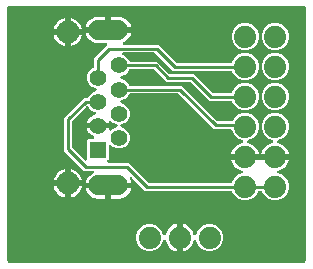
<source format=gbr>
G04 EAGLE Gerber RS-274X export*
G75*
%MOMM*%
%FSLAX34Y34*%
%LPD*%
%INTop Copper*%
%IPPOS*%
%AMOC8*
5,1,8,0,0,1.08239X$1,22.5*%
G01*
%ADD10C,1.700000*%
%ADD11C,1.950000*%
%ADD12C,1.408000*%
%ADD13R,1.408000X1.408000*%
%ADD14C,1.879600*%
%ADD15C,0.254000*%
%ADD16C,0.800100*%

G36*
X245038Y78826D02*
X245038Y78826D01*
X245157Y78833D01*
X245195Y78846D01*
X245236Y78851D01*
X245346Y78894D01*
X245459Y78931D01*
X245494Y78953D01*
X245531Y78968D01*
X245627Y79037D01*
X245728Y79101D01*
X245756Y79131D01*
X245789Y79154D01*
X245865Y79246D01*
X245946Y79333D01*
X245966Y79368D01*
X245991Y79399D01*
X246042Y79507D01*
X246100Y79611D01*
X246110Y79651D01*
X246127Y79687D01*
X246149Y79804D01*
X246179Y79919D01*
X246183Y79979D01*
X246187Y79999D01*
X246185Y80020D01*
X246189Y80080D01*
X246189Y294920D01*
X246174Y295038D01*
X246167Y295157D01*
X246154Y295195D01*
X246149Y295236D01*
X246106Y295346D01*
X246069Y295459D01*
X246047Y295494D01*
X246032Y295531D01*
X245963Y295627D01*
X245899Y295728D01*
X245869Y295756D01*
X245846Y295789D01*
X245754Y295865D01*
X245667Y295946D01*
X245632Y295966D01*
X245601Y295991D01*
X245493Y296042D01*
X245389Y296100D01*
X245349Y296110D01*
X245313Y296127D01*
X245196Y296149D01*
X245081Y296179D01*
X245021Y296183D01*
X245001Y296187D01*
X244980Y296185D01*
X244920Y296189D01*
X-4920Y296189D01*
X-5038Y296174D01*
X-5157Y296167D01*
X-5195Y296154D01*
X-5236Y296149D01*
X-5346Y296106D01*
X-5459Y296069D01*
X-5494Y296047D01*
X-5531Y296032D01*
X-5627Y295963D01*
X-5728Y295899D01*
X-5756Y295869D01*
X-5789Y295846D01*
X-5865Y295754D01*
X-5946Y295667D01*
X-5966Y295632D01*
X-5991Y295601D01*
X-6042Y295493D01*
X-6100Y295389D01*
X-6110Y295349D01*
X-6127Y295313D01*
X-6149Y295196D01*
X-6179Y295081D01*
X-6183Y295021D01*
X-6187Y295001D01*
X-6185Y294980D01*
X-6189Y294920D01*
X-6189Y80080D01*
X-6174Y79962D01*
X-6167Y79843D01*
X-6154Y79805D01*
X-6149Y79764D01*
X-6106Y79654D01*
X-6069Y79541D01*
X-6047Y79506D01*
X-6032Y79469D01*
X-5963Y79373D01*
X-5899Y79272D01*
X-5869Y79244D01*
X-5846Y79211D01*
X-5754Y79135D01*
X-5667Y79054D01*
X-5632Y79034D01*
X-5601Y79009D01*
X-5493Y78958D01*
X-5389Y78900D01*
X-5349Y78890D01*
X-5313Y78873D01*
X-5196Y78851D01*
X-5081Y78821D01*
X-5021Y78817D01*
X-5001Y78813D01*
X-4980Y78815D01*
X-4920Y78811D01*
X244920Y78811D01*
X245038Y78826D01*
G37*
%LPC*%
G36*
X192726Y131569D02*
X192726Y131569D01*
X188525Y133309D01*
X185309Y136525D01*
X184320Y138914D01*
X184305Y138939D01*
X184296Y138967D01*
X184227Y139077D01*
X184163Y139190D01*
X184142Y139211D01*
X184126Y139236D01*
X184032Y139325D01*
X183941Y139418D01*
X183916Y139434D01*
X183895Y139454D01*
X183781Y139517D01*
X183670Y139585D01*
X183642Y139593D01*
X183616Y139608D01*
X183490Y139640D01*
X183366Y139678D01*
X183337Y139680D01*
X183308Y139687D01*
X183147Y139697D01*
X110632Y139697D01*
X99585Y150744D01*
X99491Y150817D01*
X99402Y150896D01*
X99366Y150914D01*
X99334Y150939D01*
X99224Y150986D01*
X99118Y151040D01*
X99079Y151049D01*
X99042Y151065D01*
X98924Y151084D01*
X98808Y151110D01*
X98768Y151109D01*
X98728Y151115D01*
X98609Y151104D01*
X98490Y151100D01*
X98452Y151089D01*
X98412Y151085D01*
X98299Y151045D01*
X98185Y151012D01*
X98150Y150991D01*
X98112Y150978D01*
X98013Y150910D01*
X97911Y150850D01*
X97882Y150821D01*
X97849Y150799D01*
X97770Y150709D01*
X97686Y150625D01*
X97665Y150591D01*
X97639Y150561D01*
X97584Y150454D01*
X97524Y150352D01*
X97512Y150313D01*
X97494Y150277D01*
X97468Y150161D01*
X97435Y150046D01*
X97433Y150006D01*
X97424Y149967D01*
X97428Y149848D01*
X97424Y149728D01*
X97433Y149689D01*
X97434Y149649D01*
X97467Y149534D01*
X97493Y149418D01*
X97517Y149363D01*
X97522Y149344D01*
X97533Y149326D01*
X97557Y149270D01*
X98032Y148338D01*
X98569Y146685D01*
X98583Y146599D01*
X80530Y146599D01*
X80412Y146584D01*
X80293Y146577D01*
X80255Y146564D01*
X80215Y146559D01*
X80104Y146516D01*
X79991Y146479D01*
X79957Y146457D01*
X79919Y146442D01*
X79823Y146373D01*
X79722Y146309D01*
X79694Y146279D01*
X79662Y146256D01*
X79586Y146164D01*
X79504Y146077D01*
X79485Y146042D01*
X79459Y146011D01*
X79408Y145903D01*
X79351Y145799D01*
X79341Y145759D01*
X79323Y145723D01*
X79303Y145616D01*
X79299Y145646D01*
X79255Y145756D01*
X79219Y145869D01*
X79197Y145904D01*
X79182Y145941D01*
X79112Y146037D01*
X79049Y146138D01*
X79019Y146166D01*
X78995Y146199D01*
X78904Y146275D01*
X78817Y146356D01*
X78782Y146376D01*
X78750Y146401D01*
X78643Y146452D01*
X78538Y146510D01*
X78499Y146520D01*
X78463Y146537D01*
X78346Y146559D01*
X78230Y146589D01*
X78170Y146593D01*
X78150Y146597D01*
X78130Y146595D01*
X78070Y146599D01*
X60018Y146599D01*
X60031Y146685D01*
X60568Y148338D01*
X61357Y149887D01*
X62379Y151293D01*
X63607Y152521D01*
X65013Y153543D01*
X66494Y154297D01*
X66510Y154308D01*
X66529Y154316D01*
X66641Y154397D01*
X66757Y154476D01*
X66770Y154491D01*
X66786Y154502D01*
X66875Y154610D01*
X66967Y154714D01*
X66976Y154732D01*
X66989Y154747D01*
X67048Y154874D01*
X67112Y154998D01*
X67116Y155017D01*
X67124Y155035D01*
X67151Y155172D01*
X67181Y155308D01*
X67180Y155328D01*
X67184Y155348D01*
X67175Y155487D01*
X67171Y155626D01*
X67166Y155645D01*
X67164Y155665D01*
X67121Y155797D01*
X67083Y155931D01*
X67072Y155949D01*
X67066Y155967D01*
X66992Y156085D01*
X66921Y156205D01*
X66907Y156219D01*
X66896Y156236D01*
X66795Y156332D01*
X66696Y156430D01*
X66679Y156440D01*
X66665Y156454D01*
X66543Y156521D01*
X66423Y156592D01*
X66403Y156598D01*
X66386Y156608D01*
X66251Y156642D01*
X66117Y156681D01*
X66097Y156682D01*
X66078Y156687D01*
X65917Y156697D01*
X58632Y156697D01*
X41697Y173632D01*
X41697Y201368D01*
X58732Y218403D01*
X61100Y218403D01*
X61129Y218406D01*
X61158Y218404D01*
X61286Y218426D01*
X61415Y218443D01*
X61443Y218453D01*
X61472Y218458D01*
X61590Y218512D01*
X61711Y218560D01*
X61735Y218577D01*
X61762Y218589D01*
X61863Y218670D01*
X61968Y218746D01*
X61987Y218769D01*
X62010Y218788D01*
X62088Y218891D01*
X62171Y218991D01*
X62184Y219018D01*
X62201Y219042D01*
X62272Y219186D01*
X62708Y220239D01*
X65261Y222792D01*
X68486Y224127D01*
X68606Y224196D01*
X68729Y224261D01*
X68744Y224275D01*
X68762Y224285D01*
X68862Y224382D01*
X68965Y224475D01*
X68976Y224492D01*
X68990Y224506D01*
X69063Y224625D01*
X69140Y224741D01*
X69146Y224760D01*
X69157Y224777D01*
X69198Y224910D01*
X69243Y225042D01*
X69244Y225062D01*
X69250Y225081D01*
X69257Y225220D01*
X69268Y225359D01*
X69264Y225379D01*
X69265Y225399D01*
X69237Y225535D01*
X69214Y225672D01*
X69205Y225691D01*
X69201Y225710D01*
X69140Y225836D01*
X69083Y225962D01*
X69070Y225978D01*
X69061Y225996D01*
X68971Y226102D01*
X68884Y226210D01*
X68868Y226223D01*
X68855Y226238D01*
X68741Y226318D01*
X68630Y226402D01*
X68605Y226414D01*
X68595Y226421D01*
X68576Y226428D01*
X68486Y226473D01*
X65261Y227808D01*
X62708Y230361D01*
X61327Y233695D01*
X61327Y237305D01*
X62708Y240639D01*
X65261Y243192D01*
X66314Y243628D01*
X66339Y243642D01*
X66367Y243651D01*
X66477Y243721D01*
X66590Y243785D01*
X66611Y243806D01*
X66636Y243822D01*
X66725Y243916D01*
X66818Y244006D01*
X66834Y244032D01*
X66854Y244053D01*
X66917Y244167D01*
X66985Y244278D01*
X66993Y244306D01*
X67008Y244332D01*
X67040Y244457D01*
X67078Y244582D01*
X67080Y244611D01*
X67087Y244640D01*
X67097Y244800D01*
X67097Y251768D01*
X78022Y262693D01*
X78107Y262802D01*
X78196Y262909D01*
X78204Y262928D01*
X78217Y262944D01*
X78272Y263072D01*
X78331Y263197D01*
X78335Y263217D01*
X78343Y263236D01*
X78365Y263374D01*
X78391Y263510D01*
X78390Y263530D01*
X78393Y263550D01*
X78380Y263689D01*
X78371Y263827D01*
X78365Y263846D01*
X78363Y263866D01*
X78316Y263998D01*
X78273Y264129D01*
X78262Y264147D01*
X78255Y264166D01*
X78177Y264281D01*
X78103Y264398D01*
X78088Y264412D01*
X78077Y264429D01*
X77973Y264521D01*
X77871Y264616D01*
X77854Y264626D01*
X77838Y264639D01*
X77714Y264703D01*
X77593Y264770D01*
X77573Y264775D01*
X77555Y264784D01*
X77419Y264814D01*
X77285Y264849D01*
X77257Y264851D01*
X77245Y264854D01*
X77224Y264853D01*
X77124Y264859D01*
X69931Y264859D01*
X68215Y265131D01*
X66562Y265668D01*
X65013Y266457D01*
X63607Y267479D01*
X62379Y268707D01*
X61357Y270113D01*
X60568Y271662D01*
X60031Y273315D01*
X60018Y273401D01*
X78070Y273401D01*
X78188Y273416D01*
X78307Y273423D01*
X78345Y273435D01*
X78385Y273441D01*
X78496Y273484D01*
X78609Y273521D01*
X78643Y273543D01*
X78681Y273558D01*
X78777Y273627D01*
X78878Y273691D01*
X78906Y273721D01*
X78938Y273744D01*
X79014Y273836D01*
X79096Y273923D01*
X79115Y273958D01*
X79141Y273989D01*
X79192Y274097D01*
X79249Y274201D01*
X79259Y274241D01*
X79277Y274277D01*
X79297Y274384D01*
X79301Y274354D01*
X79345Y274244D01*
X79381Y274131D01*
X79403Y274096D01*
X79418Y274059D01*
X79488Y273962D01*
X79551Y273862D01*
X79581Y273834D01*
X79605Y273801D01*
X79696Y273725D01*
X79783Y273644D01*
X79818Y273624D01*
X79850Y273599D01*
X79957Y273548D01*
X80062Y273490D01*
X80101Y273480D01*
X80137Y273463D01*
X80254Y273441D01*
X80370Y273411D01*
X80430Y273407D01*
X80450Y273403D01*
X80470Y273405D01*
X80530Y273401D01*
X98582Y273401D01*
X98569Y273315D01*
X98032Y271662D01*
X97243Y270113D01*
X96221Y268707D01*
X94993Y267479D01*
X93587Y266457D01*
X92106Y265703D01*
X92090Y265692D01*
X92071Y265684D01*
X91959Y265603D01*
X91843Y265524D01*
X91830Y265509D01*
X91814Y265498D01*
X91725Y265390D01*
X91633Y265286D01*
X91624Y265268D01*
X91611Y265253D01*
X91552Y265126D01*
X91488Y265002D01*
X91484Y264983D01*
X91476Y264965D01*
X91449Y264828D01*
X91419Y264692D01*
X91420Y264672D01*
X91416Y264652D01*
X91424Y264513D01*
X91429Y264374D01*
X91434Y264355D01*
X91436Y264335D01*
X91479Y264202D01*
X91517Y264069D01*
X91527Y264051D01*
X91534Y264033D01*
X91608Y263915D01*
X91679Y263795D01*
X91693Y263781D01*
X91704Y263764D01*
X91805Y263668D01*
X91904Y263570D01*
X91921Y263560D01*
X91935Y263546D01*
X92057Y263479D01*
X92177Y263408D01*
X92196Y263402D01*
X92214Y263392D01*
X92349Y263358D01*
X92483Y263319D01*
X92503Y263318D01*
X92522Y263313D01*
X92683Y263303D01*
X121368Y263303D01*
X123674Y260997D01*
X123674Y260996D01*
X136396Y248274D01*
X136475Y248214D01*
X136547Y248146D01*
X136600Y248117D01*
X136648Y248080D01*
X136739Y248040D01*
X136825Y247992D01*
X136884Y247977D01*
X136939Y247953D01*
X137037Y247938D01*
X137133Y247913D01*
X137233Y247907D01*
X137253Y247903D01*
X137266Y247905D01*
X137294Y247903D01*
X183147Y247903D01*
X183177Y247906D01*
X183206Y247904D01*
X183334Y247926D01*
X183463Y247943D01*
X183490Y247953D01*
X183519Y247958D01*
X183638Y248012D01*
X183759Y248060D01*
X183783Y248077D01*
X183809Y248089D01*
X183911Y248170D01*
X184016Y248246D01*
X184035Y248269D01*
X184058Y248288D01*
X184136Y248391D01*
X184219Y248491D01*
X184231Y248518D01*
X184249Y248542D01*
X184320Y248686D01*
X185309Y251075D01*
X188525Y254291D01*
X192726Y256031D01*
X197274Y256031D01*
X201475Y254291D01*
X204691Y251075D01*
X206431Y246874D01*
X206431Y242326D01*
X204691Y238125D01*
X201475Y234909D01*
X197274Y233169D01*
X192726Y233169D01*
X188525Y234909D01*
X185309Y238125D01*
X184320Y240514D01*
X184310Y240531D01*
X184306Y240545D01*
X184302Y240551D01*
X184296Y240567D01*
X184227Y240677D01*
X184163Y240790D01*
X184142Y240811D01*
X184126Y240836D01*
X184032Y240925D01*
X183941Y241018D01*
X183916Y241034D01*
X183895Y241054D01*
X183781Y241117D01*
X183670Y241185D01*
X183642Y241193D01*
X183616Y241208D01*
X183490Y241240D01*
X183366Y241278D01*
X183337Y241280D01*
X183308Y241287D01*
X183147Y241297D01*
X134032Y241297D01*
X131726Y243603D01*
X131726Y243604D01*
X119004Y256326D01*
X118925Y256386D01*
X118853Y256454D01*
X118800Y256483D01*
X118752Y256520D01*
X118661Y256560D01*
X118575Y256608D01*
X118516Y256623D01*
X118461Y256647D01*
X118363Y256662D01*
X118267Y256687D01*
X118167Y256693D01*
X118147Y256697D01*
X118134Y256695D01*
X118106Y256697D01*
X91739Y256697D01*
X91670Y256689D01*
X91600Y256690D01*
X91513Y256669D01*
X91424Y256657D01*
X91359Y256632D01*
X91291Y256615D01*
X91212Y256573D01*
X91128Y256540D01*
X91072Y256499D01*
X91010Y256467D01*
X90943Y256406D01*
X90871Y256354D01*
X90826Y256300D01*
X90775Y256253D01*
X90725Y256178D01*
X90668Y256109D01*
X90638Y256045D01*
X90600Y255987D01*
X90571Y255902D01*
X90532Y255821D01*
X90519Y255752D01*
X90497Y255686D01*
X90490Y255597D01*
X90473Y255509D01*
X90477Y255439D01*
X90471Y255369D01*
X90487Y255281D01*
X90492Y255191D01*
X90514Y255125D01*
X90526Y255056D01*
X90563Y254974D01*
X90590Y254889D01*
X90628Y254830D01*
X90656Y254766D01*
X90712Y254696D01*
X90761Y254620D01*
X90811Y254572D01*
X90855Y254518D01*
X90927Y254463D01*
X90992Y254402D01*
X91053Y254368D01*
X91109Y254326D01*
X91254Y254255D01*
X93339Y253392D01*
X95892Y250839D01*
X96328Y249786D01*
X96342Y249761D01*
X96351Y249733D01*
X96421Y249623D01*
X96485Y249510D01*
X96506Y249489D01*
X96522Y249464D01*
X96616Y249375D01*
X96706Y249282D01*
X96732Y249266D01*
X96753Y249246D01*
X96867Y249183D01*
X96978Y249115D01*
X97006Y249107D01*
X97032Y249092D01*
X97157Y249060D01*
X97282Y249022D01*
X97311Y249020D01*
X97340Y249013D01*
X97500Y249003D01*
X120668Y249003D01*
X130996Y238674D01*
X131075Y238614D01*
X131147Y238546D01*
X131200Y238517D01*
X131248Y238480D01*
X131339Y238440D01*
X131425Y238392D01*
X131484Y238377D01*
X131539Y238353D01*
X131637Y238338D01*
X131733Y238313D01*
X131833Y238307D01*
X131854Y238303D01*
X131866Y238305D01*
X131894Y238303D01*
X151368Y238303D01*
X166796Y222874D01*
X166875Y222814D01*
X166947Y222746D01*
X167000Y222717D01*
X167048Y222680D01*
X167139Y222640D01*
X167225Y222592D01*
X167284Y222577D01*
X167339Y222553D01*
X167437Y222538D01*
X167533Y222513D01*
X167633Y222507D01*
X167654Y222503D01*
X167666Y222505D01*
X167694Y222503D01*
X183147Y222503D01*
X183177Y222506D01*
X183206Y222504D01*
X183334Y222526D01*
X183463Y222543D01*
X183490Y222553D01*
X183519Y222558D01*
X183638Y222612D01*
X183759Y222660D01*
X183783Y222677D01*
X183809Y222689D01*
X183911Y222770D01*
X184016Y222846D01*
X184035Y222869D01*
X184058Y222888D01*
X184136Y222991D01*
X184219Y223091D01*
X184231Y223118D01*
X184249Y223142D01*
X184320Y223286D01*
X185309Y225675D01*
X188525Y228891D01*
X192726Y230631D01*
X197274Y230631D01*
X201475Y228891D01*
X204691Y225675D01*
X206431Y221474D01*
X206431Y216926D01*
X204691Y212725D01*
X201475Y209509D01*
X197274Y207769D01*
X192726Y207769D01*
X188525Y209509D01*
X185309Y212725D01*
X184320Y215114D01*
X184307Y215137D01*
X184299Y215160D01*
X184298Y215162D01*
X184296Y215167D01*
X184227Y215277D01*
X184163Y215390D01*
X184142Y215411D01*
X184126Y215436D01*
X184032Y215525D01*
X183941Y215618D01*
X183916Y215634D01*
X183895Y215654D01*
X183781Y215717D01*
X183670Y215785D01*
X183642Y215793D01*
X183616Y215808D01*
X183490Y215840D01*
X183366Y215878D01*
X183337Y215880D01*
X183308Y215887D01*
X183147Y215897D01*
X164432Y215897D01*
X149004Y231326D01*
X148925Y231386D01*
X148853Y231454D01*
X148800Y231483D01*
X148752Y231520D01*
X148661Y231560D01*
X148575Y231608D01*
X148516Y231623D01*
X148461Y231647D01*
X148363Y231662D01*
X148267Y231687D01*
X148167Y231693D01*
X148146Y231697D01*
X148134Y231695D01*
X148106Y231697D01*
X128632Y231697D01*
X118304Y242026D01*
X118225Y242086D01*
X118153Y242154D01*
X118100Y242183D01*
X118052Y242220D01*
X117961Y242260D01*
X117875Y242308D01*
X117816Y242323D01*
X117761Y242347D01*
X117663Y242362D01*
X117567Y242387D01*
X117467Y242393D01*
X117446Y242397D01*
X117434Y242395D01*
X117406Y242397D01*
X97500Y242397D01*
X97471Y242394D01*
X97442Y242396D01*
X97314Y242374D01*
X97185Y242357D01*
X97157Y242347D01*
X97128Y242342D01*
X97010Y242288D01*
X96889Y242240D01*
X96865Y242223D01*
X96838Y242211D01*
X96737Y242130D01*
X96632Y242054D01*
X96613Y242031D01*
X96590Y242012D01*
X96512Y241909D01*
X96429Y241809D01*
X96416Y241782D01*
X96399Y241758D01*
X96328Y241614D01*
X95892Y240561D01*
X93339Y238008D01*
X90114Y236673D01*
X89994Y236604D01*
X89871Y236539D01*
X89856Y236525D01*
X89838Y236515D01*
X89738Y236418D01*
X89635Y236325D01*
X89624Y236308D01*
X89610Y236294D01*
X89537Y236176D01*
X89460Y236059D01*
X89454Y236040D01*
X89443Y236023D01*
X89402Y235890D01*
X89357Y235758D01*
X89356Y235738D01*
X89350Y235719D01*
X89343Y235580D01*
X89332Y235441D01*
X89336Y235421D01*
X89335Y235401D01*
X89363Y235265D01*
X89386Y235128D01*
X89395Y235110D01*
X89399Y235090D01*
X89460Y234964D01*
X89517Y234838D01*
X89530Y234822D01*
X89539Y234804D01*
X89629Y234698D01*
X89716Y234590D01*
X89732Y234577D01*
X89745Y234562D01*
X89859Y234482D01*
X89970Y234398D01*
X89995Y234386D01*
X90005Y234379D01*
X90024Y234372D01*
X90114Y234327D01*
X93339Y232992D01*
X95892Y230439D01*
X96328Y229386D01*
X96342Y229361D01*
X96351Y229333D01*
X96421Y229223D01*
X96485Y229110D01*
X96506Y229089D01*
X96522Y229064D01*
X96616Y228975D01*
X96706Y228882D01*
X96732Y228866D01*
X96753Y228846D01*
X96867Y228783D01*
X96978Y228715D01*
X97006Y228707D01*
X97032Y228692D01*
X97157Y228660D01*
X97282Y228622D01*
X97311Y228620D01*
X97340Y228613D01*
X97500Y228603D01*
X141068Y228603D01*
X170996Y198674D01*
X171075Y198614D01*
X171147Y198546D01*
X171200Y198517D01*
X171248Y198480D01*
X171339Y198440D01*
X171425Y198392D01*
X171484Y198377D01*
X171539Y198353D01*
X171637Y198338D01*
X171733Y198313D01*
X171833Y198307D01*
X171854Y198303D01*
X171866Y198305D01*
X171894Y198303D01*
X183644Y198303D01*
X183674Y198306D01*
X183703Y198304D01*
X183831Y198326D01*
X183960Y198343D01*
X183987Y198353D01*
X184017Y198358D01*
X184135Y198412D01*
X184256Y198460D01*
X184280Y198477D01*
X184307Y198489D01*
X184408Y198570D01*
X184513Y198646D01*
X184532Y198669D01*
X184555Y198688D01*
X184633Y198791D01*
X184716Y198891D01*
X184728Y198918D01*
X184746Y198942D01*
X184817Y199086D01*
X185309Y200275D01*
X188525Y203491D01*
X192726Y205231D01*
X197274Y205231D01*
X201475Y203491D01*
X204691Y200275D01*
X206431Y196074D01*
X206431Y191526D01*
X204691Y187325D01*
X201475Y184109D01*
X197516Y182470D01*
X197404Y182406D01*
X197289Y182347D01*
X197266Y182327D01*
X197240Y182312D01*
X197147Y182222D01*
X197050Y182137D01*
X197033Y182112D01*
X197012Y182091D01*
X196944Y181980D01*
X196871Y181874D01*
X196861Y181845D01*
X196845Y181820D01*
X196807Y181696D01*
X196764Y181575D01*
X196761Y181545D01*
X196752Y181516D01*
X196746Y181387D01*
X196733Y181258D01*
X196738Y181228D01*
X196737Y181198D01*
X196763Y181072D01*
X196783Y180944D01*
X196795Y180916D01*
X196801Y180887D01*
X196858Y180770D01*
X196909Y180652D01*
X196927Y180628D01*
X196941Y180601D01*
X197025Y180503D01*
X197104Y180400D01*
X197127Y180382D01*
X197147Y180359D01*
X197253Y180285D01*
X197355Y180205D01*
X197382Y180193D01*
X197407Y180176D01*
X197528Y180130D01*
X197647Y180079D01*
X197688Y180069D01*
X197704Y180063D01*
X197726Y180061D01*
X197791Y180046D01*
X199583Y179464D01*
X201257Y178611D01*
X202778Y177506D01*
X204106Y176178D01*
X205211Y174657D01*
X206064Y172983D01*
X206493Y171663D01*
X206527Y171591D01*
X206551Y171515D01*
X206594Y171448D01*
X206628Y171375D01*
X206679Y171314D01*
X206722Y171247D01*
X206780Y171192D01*
X206831Y171130D01*
X206895Y171083D01*
X206953Y171029D01*
X207023Y170990D01*
X207088Y170943D01*
X207098Y170939D01*
X196270Y170939D01*
X196152Y170924D01*
X196033Y170917D01*
X195995Y170904D01*
X195955Y170899D01*
X195844Y170856D01*
X195731Y170819D01*
X195697Y170797D01*
X195659Y170782D01*
X195563Y170712D01*
X195462Y170649D01*
X195434Y170619D01*
X195402Y170595D01*
X195326Y170504D01*
X195244Y170417D01*
X195225Y170382D01*
X195199Y170351D01*
X195148Y170243D01*
X195091Y170139D01*
X195080Y170099D01*
X195063Y170063D01*
X195041Y169946D01*
X195011Y169831D01*
X195007Y169770D01*
X195003Y169750D01*
X195005Y169730D01*
X195001Y169670D01*
X195001Y167130D01*
X195016Y167012D01*
X195023Y166893D01*
X195036Y166855D01*
X195041Y166814D01*
X195085Y166704D01*
X195121Y166591D01*
X195143Y166556D01*
X195158Y166519D01*
X195228Y166423D01*
X195291Y166322D01*
X195321Y166294D01*
X195345Y166261D01*
X195436Y166186D01*
X195523Y166104D01*
X195558Y166084D01*
X195590Y166059D01*
X195697Y166008D01*
X195802Y165950D01*
X195841Y165940D01*
X195877Y165923D01*
X195994Y165901D01*
X196109Y165871D01*
X196170Y165867D01*
X196190Y165863D01*
X196210Y165865D01*
X196270Y165861D01*
X219130Y165861D01*
X219248Y165876D01*
X219367Y165883D01*
X219405Y165896D01*
X219445Y165901D01*
X219556Y165944D01*
X219669Y165981D01*
X219703Y166003D01*
X219741Y166018D01*
X219837Y166088D01*
X219938Y166151D01*
X219966Y166181D01*
X219998Y166204D01*
X220074Y166296D01*
X220156Y166383D01*
X220175Y166418D01*
X220201Y166449D01*
X220252Y166557D01*
X220309Y166661D01*
X220320Y166701D01*
X220337Y166737D01*
X220359Y166854D01*
X220389Y166969D01*
X220393Y167030D01*
X220397Y167050D01*
X220395Y167070D01*
X220399Y167130D01*
X220399Y169670D01*
X220384Y169788D01*
X220377Y169907D01*
X220364Y169945D01*
X220359Y169985D01*
X220315Y170096D01*
X220279Y170209D01*
X220257Y170244D01*
X220242Y170281D01*
X220172Y170377D01*
X220109Y170478D01*
X220079Y170506D01*
X220055Y170539D01*
X219964Y170614D01*
X219877Y170696D01*
X219842Y170716D01*
X219810Y170741D01*
X219703Y170792D01*
X219598Y170850D01*
X219559Y170860D01*
X219523Y170877D01*
X219406Y170899D01*
X219291Y170929D01*
X219230Y170933D01*
X219210Y170937D01*
X219190Y170935D01*
X219130Y170939D01*
X208302Y170939D01*
X208311Y170943D01*
X208375Y170989D01*
X208445Y171028D01*
X208503Y171082D01*
X208568Y171129D01*
X208619Y171191D01*
X208677Y171245D01*
X208720Y171313D01*
X208771Y171374D01*
X208805Y171446D01*
X208848Y171513D01*
X208906Y171660D01*
X208907Y171662D01*
X208907Y171663D01*
X209336Y172983D01*
X210189Y174657D01*
X211294Y176178D01*
X212622Y177506D01*
X214143Y178611D01*
X215817Y179464D01*
X217634Y180054D01*
X217720Y180079D01*
X217846Y180110D01*
X217873Y180124D01*
X217902Y180132D01*
X218013Y180198D01*
X218127Y180258D01*
X218150Y180279D01*
X218176Y180294D01*
X218267Y180385D01*
X218363Y180472D01*
X218379Y180497D01*
X218400Y180519D01*
X218466Y180630D01*
X218537Y180738D01*
X218547Y180767D01*
X218563Y180792D01*
X218599Y180916D01*
X218641Y181039D01*
X218643Y181069D01*
X218651Y181098D01*
X218656Y181227D01*
X218666Y181356D01*
X218661Y181386D01*
X218662Y181416D01*
X218634Y181542D01*
X218611Y181669D01*
X218599Y181697D01*
X218593Y181726D01*
X218534Y181841D01*
X218481Y181959D01*
X218462Y181983D01*
X218448Y182010D01*
X218363Y182106D01*
X218282Y182208D01*
X218258Y182226D01*
X218238Y182248D01*
X218132Y182321D01*
X218028Y182399D01*
X217990Y182418D01*
X217976Y182427D01*
X217955Y182435D01*
X217884Y182470D01*
X213925Y184109D01*
X210709Y187325D01*
X208969Y191526D01*
X208969Y196074D01*
X210709Y200275D01*
X213925Y203491D01*
X218126Y205231D01*
X222674Y205231D01*
X226875Y203491D01*
X230091Y200275D01*
X231831Y196074D01*
X231831Y191526D01*
X230091Y187325D01*
X226875Y184109D01*
X222916Y182470D01*
X222804Y182406D01*
X222689Y182347D01*
X222666Y182327D01*
X222640Y182312D01*
X222547Y182222D01*
X222450Y182137D01*
X222433Y182112D01*
X222412Y182091D01*
X222344Y181980D01*
X222271Y181874D01*
X222261Y181845D01*
X222245Y181820D01*
X222207Y181696D01*
X222164Y181575D01*
X222161Y181545D01*
X222152Y181516D01*
X222146Y181387D01*
X222133Y181258D01*
X222138Y181228D01*
X222137Y181198D01*
X222163Y181072D01*
X222183Y180944D01*
X222195Y180916D01*
X222201Y180887D01*
X222258Y180770D01*
X222309Y180652D01*
X222327Y180628D01*
X222341Y180601D01*
X222425Y180503D01*
X222504Y180400D01*
X222527Y180382D01*
X222547Y180359D01*
X222653Y180285D01*
X222755Y180205D01*
X222782Y180193D01*
X222807Y180176D01*
X222928Y180130D01*
X223047Y180079D01*
X223088Y180069D01*
X223104Y180063D01*
X223126Y180061D01*
X223191Y180046D01*
X224983Y179464D01*
X226657Y178611D01*
X228178Y177506D01*
X229506Y176178D01*
X230611Y174657D01*
X231464Y172983D01*
X232045Y171196D01*
X232085Y170939D01*
X221670Y170939D01*
X221552Y170924D01*
X221433Y170917D01*
X221395Y170904D01*
X221355Y170899D01*
X221244Y170856D01*
X221131Y170819D01*
X221097Y170797D01*
X221059Y170782D01*
X220963Y170712D01*
X220862Y170649D01*
X220834Y170619D01*
X220802Y170595D01*
X220726Y170504D01*
X220644Y170417D01*
X220625Y170382D01*
X220599Y170351D01*
X220548Y170243D01*
X220491Y170139D01*
X220480Y170099D01*
X220463Y170063D01*
X220441Y169946D01*
X220411Y169831D01*
X220407Y169770D01*
X220403Y169750D01*
X220405Y169730D01*
X220401Y169670D01*
X220401Y167130D01*
X220416Y167012D01*
X220423Y166893D01*
X220436Y166855D01*
X220441Y166814D01*
X220485Y166704D01*
X220521Y166591D01*
X220543Y166556D01*
X220558Y166519D01*
X220628Y166423D01*
X220691Y166322D01*
X220721Y166294D01*
X220745Y166261D01*
X220836Y166186D01*
X220923Y166104D01*
X220958Y166084D01*
X220990Y166059D01*
X221097Y166008D01*
X221202Y165950D01*
X221241Y165940D01*
X221277Y165923D01*
X221394Y165901D01*
X221509Y165871D01*
X221570Y165867D01*
X221590Y165863D01*
X221610Y165865D01*
X221670Y165861D01*
X232085Y165861D01*
X232045Y165604D01*
X231464Y163817D01*
X230611Y162143D01*
X229506Y160622D01*
X228178Y159294D01*
X226657Y158189D01*
X224983Y157336D01*
X223166Y156746D01*
X223080Y156721D01*
X222954Y156690D01*
X222927Y156676D01*
X222898Y156668D01*
X222787Y156602D01*
X222673Y156542D01*
X222650Y156521D01*
X222624Y156506D01*
X222533Y156415D01*
X222437Y156328D01*
X222421Y156303D01*
X222400Y156281D01*
X222334Y156170D01*
X222263Y156062D01*
X222253Y156033D01*
X222237Y156008D01*
X222201Y155884D01*
X222159Y155761D01*
X222157Y155731D01*
X222149Y155702D01*
X222144Y155573D01*
X222134Y155444D01*
X222139Y155414D01*
X222138Y155384D01*
X222166Y155258D01*
X222189Y155131D01*
X222201Y155103D01*
X222207Y155074D01*
X222266Y154959D01*
X222319Y154841D01*
X222338Y154817D01*
X222352Y154790D01*
X222437Y154694D01*
X222518Y154592D01*
X222542Y154574D01*
X222562Y154552D01*
X222668Y154479D01*
X222772Y154401D01*
X222810Y154382D01*
X222824Y154373D01*
X222845Y154365D01*
X222916Y154330D01*
X226875Y152691D01*
X230091Y149475D01*
X231831Y145274D01*
X231831Y140726D01*
X230091Y136525D01*
X226875Y133309D01*
X222674Y131569D01*
X218126Y131569D01*
X213925Y133309D01*
X210709Y136525D01*
X209720Y138914D01*
X209705Y138939D01*
X209696Y138967D01*
X209627Y139077D01*
X209563Y139190D01*
X209542Y139211D01*
X209526Y139236D01*
X209432Y139325D01*
X209341Y139418D01*
X209316Y139434D01*
X209295Y139454D01*
X209181Y139517D01*
X209070Y139585D01*
X209042Y139593D01*
X209016Y139608D01*
X208890Y139640D01*
X208766Y139678D01*
X208737Y139680D01*
X208708Y139687D01*
X208547Y139697D01*
X206853Y139697D01*
X206823Y139694D01*
X206794Y139696D01*
X206666Y139674D01*
X206537Y139657D01*
X206510Y139647D01*
X206481Y139642D01*
X206362Y139588D01*
X206241Y139540D01*
X206217Y139523D01*
X206191Y139511D01*
X206089Y139430D01*
X205984Y139354D01*
X205965Y139331D01*
X205942Y139312D01*
X205864Y139209D01*
X205781Y139109D01*
X205769Y139082D01*
X205751Y139058D01*
X205680Y138914D01*
X204691Y136525D01*
X201475Y133309D01*
X197274Y131569D01*
X192726Y131569D01*
G37*
%LPD*%
G36*
X183177Y146306D02*
X183177Y146306D01*
X183206Y146304D01*
X183334Y146326D01*
X183463Y146343D01*
X183490Y146353D01*
X183519Y146358D01*
X183638Y146412D01*
X183759Y146460D01*
X183783Y146477D01*
X183809Y146489D01*
X183911Y146570D01*
X184016Y146646D01*
X184035Y146669D01*
X184058Y146688D01*
X184136Y146791D01*
X184219Y146891D01*
X184231Y146918D01*
X184249Y146942D01*
X184320Y147086D01*
X185309Y149475D01*
X188525Y152691D01*
X192484Y154330D01*
X192596Y154394D01*
X192711Y154453D01*
X192734Y154473D01*
X192760Y154488D01*
X192853Y154578D01*
X192950Y154663D01*
X192967Y154688D01*
X192988Y154709D01*
X193056Y154820D01*
X193129Y154926D01*
X193139Y154955D01*
X193155Y154980D01*
X193193Y155104D01*
X193236Y155225D01*
X193239Y155255D01*
X193248Y155284D01*
X193254Y155413D01*
X193267Y155542D01*
X193262Y155572D01*
X193263Y155602D01*
X193237Y155728D01*
X193217Y155856D01*
X193205Y155884D01*
X193199Y155913D01*
X193142Y156030D01*
X193091Y156148D01*
X193073Y156172D01*
X193059Y156199D01*
X192975Y156297D01*
X192896Y156400D01*
X192873Y156418D01*
X192853Y156441D01*
X192747Y156515D01*
X192645Y156595D01*
X192618Y156607D01*
X192593Y156624D01*
X192472Y156670D01*
X192353Y156721D01*
X192312Y156731D01*
X192296Y156737D01*
X192274Y156739D01*
X192209Y156754D01*
X190417Y157336D01*
X188743Y158189D01*
X187222Y159294D01*
X185894Y160622D01*
X184789Y162143D01*
X183936Y163817D01*
X183355Y165604D01*
X183315Y165861D01*
X193730Y165861D01*
X193848Y165876D01*
X193967Y165883D01*
X194005Y165896D01*
X194045Y165901D01*
X194156Y165944D01*
X194269Y165981D01*
X194303Y166003D01*
X194341Y166018D01*
X194437Y166088D01*
X194538Y166151D01*
X194566Y166181D01*
X194598Y166204D01*
X194674Y166296D01*
X194756Y166383D01*
X194775Y166418D01*
X194801Y166449D01*
X194852Y166557D01*
X194909Y166661D01*
X194920Y166701D01*
X194937Y166737D01*
X194959Y166854D01*
X194989Y166969D01*
X194993Y167030D01*
X194997Y167050D01*
X194995Y167070D01*
X194999Y167130D01*
X194999Y169670D01*
X194984Y169788D01*
X194977Y169907D01*
X194964Y169945D01*
X194959Y169985D01*
X194915Y170096D01*
X194879Y170209D01*
X194857Y170244D01*
X194842Y170281D01*
X194772Y170377D01*
X194709Y170478D01*
X194679Y170506D01*
X194655Y170539D01*
X194564Y170614D01*
X194477Y170696D01*
X194442Y170716D01*
X194410Y170741D01*
X194303Y170792D01*
X194198Y170850D01*
X194159Y170860D01*
X194123Y170877D01*
X194006Y170899D01*
X193891Y170929D01*
X193830Y170933D01*
X193810Y170937D01*
X193790Y170935D01*
X193730Y170939D01*
X183315Y170939D01*
X183355Y171196D01*
X183936Y172983D01*
X184789Y174657D01*
X185894Y176178D01*
X187222Y177506D01*
X188743Y178611D01*
X190417Y179464D01*
X192234Y180054D01*
X192320Y180079D01*
X192446Y180110D01*
X192473Y180124D01*
X192502Y180132D01*
X192613Y180198D01*
X192727Y180258D01*
X192750Y180279D01*
X192776Y180294D01*
X192867Y180385D01*
X192963Y180472D01*
X192979Y180497D01*
X193000Y180519D01*
X193066Y180630D01*
X193137Y180738D01*
X193147Y180767D01*
X193163Y180792D01*
X193199Y180916D01*
X193241Y181039D01*
X193243Y181069D01*
X193251Y181098D01*
X193256Y181227D01*
X193266Y181356D01*
X193261Y181386D01*
X193262Y181416D01*
X193234Y181542D01*
X193211Y181669D01*
X193199Y181697D01*
X193193Y181726D01*
X193134Y181841D01*
X193081Y181959D01*
X193062Y181983D01*
X193048Y182010D01*
X192963Y182106D01*
X192882Y182208D01*
X192858Y182226D01*
X192838Y182248D01*
X192732Y182321D01*
X192628Y182399D01*
X192590Y182418D01*
X192576Y182427D01*
X192555Y182435D01*
X192484Y182470D01*
X188525Y184109D01*
X185309Y187325D01*
X183823Y190914D01*
X183808Y190939D01*
X183799Y190967D01*
X183730Y191077D01*
X183665Y191190D01*
X183645Y191211D01*
X183629Y191236D01*
X183535Y191325D01*
X183444Y191418D01*
X183419Y191434D01*
X183397Y191454D01*
X183284Y191517D01*
X183173Y191585D01*
X183145Y191593D01*
X183119Y191608D01*
X182993Y191640D01*
X182869Y191678D01*
X182840Y191680D01*
X182811Y191687D01*
X182650Y191697D01*
X168632Y191697D01*
X138704Y221626D01*
X138625Y221686D01*
X138553Y221754D01*
X138500Y221783D01*
X138452Y221820D01*
X138361Y221860D01*
X138275Y221908D01*
X138216Y221923D01*
X138161Y221947D01*
X138063Y221962D01*
X137967Y221987D01*
X137867Y221993D01*
X137846Y221997D01*
X137834Y221995D01*
X137806Y221997D01*
X97500Y221997D01*
X97471Y221994D01*
X97442Y221996D01*
X97314Y221974D01*
X97185Y221957D01*
X97157Y221947D01*
X97128Y221942D01*
X97010Y221888D01*
X96889Y221840D01*
X96865Y221823D01*
X96838Y221811D01*
X96737Y221730D01*
X96632Y221654D01*
X96613Y221631D01*
X96590Y221612D01*
X96512Y221509D01*
X96429Y221409D01*
X96416Y221382D01*
X96399Y221358D01*
X96328Y221214D01*
X95892Y220161D01*
X93339Y217608D01*
X90114Y216273D01*
X89994Y216204D01*
X89871Y216139D01*
X89856Y216125D01*
X89838Y216115D01*
X89738Y216018D01*
X89635Y215925D01*
X89624Y215908D01*
X89610Y215894D01*
X89537Y215776D01*
X89460Y215659D01*
X89454Y215640D01*
X89443Y215623D01*
X89402Y215490D01*
X89357Y215358D01*
X89356Y215338D01*
X89350Y215319D01*
X89343Y215180D01*
X89332Y215041D01*
X89336Y215021D01*
X89335Y215001D01*
X89363Y214865D01*
X89386Y214728D01*
X89395Y214710D01*
X89399Y214690D01*
X89460Y214564D01*
X89517Y214438D01*
X89530Y214422D01*
X89539Y214404D01*
X89629Y214298D01*
X89716Y214190D01*
X89732Y214177D01*
X89745Y214162D01*
X89859Y214082D01*
X89970Y213998D01*
X89995Y213986D01*
X90005Y213979D01*
X90024Y213972D01*
X90114Y213927D01*
X93339Y212592D01*
X95892Y210039D01*
X97273Y206705D01*
X97273Y203095D01*
X95892Y199761D01*
X93339Y197208D01*
X90114Y195873D01*
X89994Y195804D01*
X89871Y195739D01*
X89856Y195725D01*
X89838Y195715D01*
X89738Y195618D01*
X89635Y195525D01*
X89624Y195508D01*
X89610Y195494D01*
X89537Y195376D01*
X89460Y195259D01*
X89454Y195240D01*
X89443Y195223D01*
X89402Y195090D01*
X89357Y194958D01*
X89356Y194938D01*
X89350Y194919D01*
X89343Y194780D01*
X89332Y194641D01*
X89336Y194621D01*
X89335Y194601D01*
X89363Y194465D01*
X89386Y194328D01*
X89395Y194310D01*
X89399Y194290D01*
X89460Y194164D01*
X89517Y194038D01*
X89530Y194022D01*
X89539Y194004D01*
X89629Y193898D01*
X89716Y193790D01*
X89732Y193777D01*
X89745Y193762D01*
X89859Y193682D01*
X89970Y193598D01*
X89995Y193586D01*
X90005Y193579D01*
X90024Y193572D01*
X90114Y193527D01*
X93339Y192192D01*
X95892Y189639D01*
X97273Y186305D01*
X97273Y182695D01*
X95892Y179361D01*
X93339Y176808D01*
X90005Y175427D01*
X86395Y175427D01*
X83061Y176808D01*
X81639Y178230D01*
X81530Y178315D01*
X81423Y178404D01*
X81404Y178412D01*
X81388Y178425D01*
X81260Y178480D01*
X81135Y178539D01*
X81115Y178543D01*
X81096Y178551D01*
X80958Y178573D01*
X80822Y178599D01*
X80802Y178598D01*
X80782Y178601D01*
X80643Y178588D01*
X80505Y178579D01*
X80486Y178573D01*
X80466Y178571D01*
X80334Y178524D01*
X80203Y178481D01*
X80185Y178470D01*
X80166Y178463D01*
X80051Y178385D01*
X79934Y178311D01*
X79920Y178296D01*
X79903Y178285D01*
X79811Y178181D01*
X79716Y178079D01*
X79706Y178062D01*
X79693Y178046D01*
X79629Y177922D01*
X79562Y177801D01*
X79557Y177781D01*
X79548Y177763D01*
X79518Y177627D01*
X79483Y177493D01*
X79481Y177465D01*
X79478Y177453D01*
X79479Y177432D01*
X79473Y177332D01*
X79473Y166418D01*
X78524Y165469D01*
X78439Y165360D01*
X78350Y165253D01*
X78342Y165234D01*
X78329Y165218D01*
X78274Y165091D01*
X78215Y164965D01*
X78211Y164945D01*
X78203Y164926D01*
X78181Y164788D01*
X78155Y164652D01*
X78156Y164632D01*
X78153Y164612D01*
X78166Y164473D01*
X78175Y164335D01*
X78181Y164316D01*
X78183Y164296D01*
X78230Y164164D01*
X78273Y164033D01*
X78284Y164015D01*
X78290Y163996D01*
X78369Y163881D01*
X78443Y163764D01*
X78458Y163750D01*
X78469Y163733D01*
X78573Y163641D01*
X78675Y163546D01*
X78692Y163536D01*
X78707Y163523D01*
X78832Y163459D01*
X78953Y163392D01*
X78973Y163387D01*
X78991Y163378D01*
X79127Y163348D01*
X79261Y163313D01*
X79289Y163311D01*
X79301Y163308D01*
X79321Y163309D01*
X79422Y163303D01*
X96368Y163303D01*
X112996Y146674D01*
X113075Y146614D01*
X113147Y146546D01*
X113200Y146517D01*
X113248Y146480D01*
X113339Y146440D01*
X113425Y146392D01*
X113484Y146377D01*
X113539Y146353D01*
X113637Y146338D01*
X113733Y146313D01*
X113833Y146307D01*
X113854Y146303D01*
X113866Y146305D01*
X113894Y146303D01*
X183147Y146303D01*
X183177Y146306D01*
G37*
%LPC*%
G36*
X142139Y98730D02*
X142139Y98730D01*
X142124Y98848D01*
X142117Y98967D01*
X142104Y99005D01*
X142099Y99045D01*
X142056Y99156D01*
X142019Y99269D01*
X141997Y99303D01*
X141982Y99341D01*
X141912Y99437D01*
X141849Y99538D01*
X141819Y99566D01*
X141795Y99598D01*
X141704Y99674D01*
X141617Y99756D01*
X141582Y99775D01*
X141551Y99801D01*
X141443Y99852D01*
X141339Y99909D01*
X141299Y99920D01*
X141263Y99937D01*
X141146Y99959D01*
X141031Y99989D01*
X140970Y99993D01*
X140950Y99997D01*
X140930Y99995D01*
X140870Y99999D01*
X138330Y99999D01*
X138212Y99984D01*
X138093Y99977D01*
X138055Y99964D01*
X138014Y99959D01*
X137904Y99915D01*
X137791Y99879D01*
X137756Y99857D01*
X137719Y99842D01*
X137623Y99772D01*
X137522Y99709D01*
X137494Y99679D01*
X137461Y99655D01*
X137386Y99564D01*
X137304Y99477D01*
X137284Y99442D01*
X137259Y99410D01*
X137208Y99303D01*
X137150Y99198D01*
X137140Y99159D01*
X137123Y99123D01*
X137101Y99006D01*
X137071Y98891D01*
X137067Y98830D01*
X137063Y98810D01*
X137065Y98790D01*
X137061Y98730D01*
X137061Y88315D01*
X136804Y88355D01*
X135017Y88936D01*
X133343Y89789D01*
X131822Y90894D01*
X130494Y92222D01*
X129389Y93743D01*
X128536Y95417D01*
X127946Y97234D01*
X127920Y97320D01*
X127890Y97446D01*
X127876Y97473D01*
X127868Y97502D01*
X127802Y97613D01*
X127742Y97727D01*
X127721Y97750D01*
X127706Y97776D01*
X127615Y97867D01*
X127528Y97963D01*
X127503Y97979D01*
X127481Y98001D01*
X127370Y98066D01*
X127262Y98137D01*
X127233Y98147D01*
X127208Y98163D01*
X127084Y98199D01*
X126961Y98241D01*
X126931Y98243D01*
X126902Y98251D01*
X126773Y98256D01*
X126644Y98266D01*
X126614Y98261D01*
X126584Y98262D01*
X126458Y98234D01*
X126331Y98211D01*
X126303Y98199D01*
X126274Y98192D01*
X126159Y98134D01*
X126041Y98081D01*
X126017Y98062D01*
X125990Y98048D01*
X125893Y97963D01*
X125792Y97882D01*
X125774Y97858D01*
X125752Y97838D01*
X125679Y97731D01*
X125601Y97628D01*
X125582Y97589D01*
X125573Y97575D01*
X125565Y97555D01*
X125530Y97484D01*
X123891Y93525D01*
X120675Y90309D01*
X116474Y88569D01*
X111926Y88569D01*
X107725Y90309D01*
X104509Y93525D01*
X102769Y97726D01*
X102769Y102274D01*
X104509Y106475D01*
X107725Y109691D01*
X111926Y111431D01*
X116474Y111431D01*
X120675Y109691D01*
X123891Y106475D01*
X125530Y102516D01*
X125594Y102404D01*
X125653Y102289D01*
X125673Y102266D01*
X125688Y102240D01*
X125778Y102147D01*
X125863Y102050D01*
X125888Y102033D01*
X125909Y102012D01*
X126019Y101944D01*
X126126Y101871D01*
X126154Y101861D01*
X126180Y101845D01*
X126304Y101807D01*
X126425Y101764D01*
X126455Y101761D01*
X126484Y101752D01*
X126613Y101746D01*
X126742Y101733D01*
X126772Y101738D01*
X126802Y101737D01*
X126928Y101763D01*
X127056Y101783D01*
X127084Y101795D01*
X127113Y101801D01*
X127229Y101858D01*
X127348Y101909D01*
X127372Y101927D01*
X127399Y101941D01*
X127497Y102025D01*
X127599Y102104D01*
X127618Y102127D01*
X127641Y102147D01*
X127715Y102253D01*
X127795Y102355D01*
X127807Y102382D01*
X127824Y102407D01*
X127870Y102528D01*
X127921Y102647D01*
X127931Y102689D01*
X127937Y102704D01*
X127939Y102726D01*
X127954Y102791D01*
X128536Y104583D01*
X129389Y106257D01*
X130494Y107778D01*
X131822Y109106D01*
X133343Y110211D01*
X135017Y111064D01*
X136804Y111645D01*
X137061Y111685D01*
X137061Y101270D01*
X137076Y101152D01*
X137083Y101033D01*
X137096Y100995D01*
X137101Y100955D01*
X137144Y100844D01*
X137181Y100731D01*
X137203Y100697D01*
X137218Y100659D01*
X137288Y100563D01*
X137351Y100462D01*
X137381Y100434D01*
X137404Y100402D01*
X137496Y100326D01*
X137583Y100244D01*
X137618Y100225D01*
X137649Y100199D01*
X137757Y100148D01*
X137861Y100091D01*
X137901Y100080D01*
X137937Y100063D01*
X138054Y100041D01*
X138169Y100011D01*
X138230Y100007D01*
X138250Y100003D01*
X138270Y100005D01*
X138330Y100001D01*
X140870Y100001D01*
X140988Y100016D01*
X141107Y100023D01*
X141145Y100036D01*
X141185Y100041D01*
X141296Y100085D01*
X141409Y100121D01*
X141444Y100143D01*
X141481Y100158D01*
X141577Y100228D01*
X141678Y100291D01*
X141706Y100321D01*
X141739Y100345D01*
X141814Y100436D01*
X141896Y100523D01*
X141916Y100558D01*
X141941Y100590D01*
X141992Y100697D01*
X142050Y100802D01*
X142060Y100841D01*
X142077Y100877D01*
X142099Y100994D01*
X142129Y101109D01*
X142133Y101170D01*
X142137Y101190D01*
X142135Y101210D01*
X142139Y101270D01*
X142139Y111685D01*
X142396Y111645D01*
X144183Y111064D01*
X145857Y110211D01*
X147378Y109106D01*
X148706Y107778D01*
X149811Y106257D01*
X150664Y104583D01*
X151254Y102766D01*
X151280Y102680D01*
X151310Y102554D01*
X151324Y102527D01*
X151332Y102498D01*
X151398Y102387D01*
X151458Y102273D01*
X151479Y102250D01*
X151494Y102224D01*
X151585Y102133D01*
X151672Y102037D01*
X151697Y102021D01*
X151719Y101999D01*
X151830Y101934D01*
X151938Y101863D01*
X151967Y101853D01*
X151992Y101837D01*
X152116Y101801D01*
X152239Y101759D01*
X152269Y101757D01*
X152298Y101749D01*
X152427Y101744D01*
X152556Y101734D01*
X152586Y101739D01*
X152616Y101738D01*
X152742Y101766D01*
X152869Y101789D01*
X152897Y101801D01*
X152926Y101808D01*
X153041Y101866D01*
X153159Y101919D01*
X153183Y101938D01*
X153210Y101952D01*
X153307Y102037D01*
X153408Y102118D01*
X153426Y102142D01*
X153448Y102162D01*
X153521Y102269D01*
X153599Y102372D01*
X153618Y102411D01*
X153627Y102425D01*
X153635Y102445D01*
X153670Y102516D01*
X155309Y106475D01*
X158525Y109691D01*
X162726Y111431D01*
X167274Y111431D01*
X171475Y109691D01*
X174691Y106475D01*
X176431Y102274D01*
X176431Y97726D01*
X174691Y93525D01*
X171475Y90309D01*
X167274Y88569D01*
X162726Y88569D01*
X158525Y90309D01*
X155309Y93525D01*
X153670Y97484D01*
X153606Y97596D01*
X153547Y97711D01*
X153527Y97734D01*
X153512Y97760D01*
X153422Y97853D01*
X153337Y97950D01*
X153312Y97967D01*
X153291Y97988D01*
X153181Y98056D01*
X153074Y98129D01*
X153046Y98139D01*
X153020Y98155D01*
X152896Y98193D01*
X152775Y98236D01*
X152745Y98239D01*
X152716Y98248D01*
X152587Y98254D01*
X152458Y98267D01*
X152428Y98262D01*
X152398Y98263D01*
X152272Y98237D01*
X152144Y98217D01*
X152116Y98205D01*
X152087Y98199D01*
X151971Y98142D01*
X151852Y98091D01*
X151828Y98073D01*
X151801Y98059D01*
X151703Y97975D01*
X151601Y97896D01*
X151582Y97873D01*
X151559Y97853D01*
X151485Y97747D01*
X151405Y97645D01*
X151393Y97618D01*
X151376Y97593D01*
X151330Y97472D01*
X151279Y97353D01*
X151269Y97311D01*
X151263Y97296D01*
X151261Y97274D01*
X151246Y97209D01*
X150664Y95417D01*
X149811Y93743D01*
X148706Y92222D01*
X147378Y90894D01*
X145857Y89789D01*
X144183Y88936D01*
X142396Y88355D01*
X142139Y88315D01*
X142139Y98730D01*
G37*
%LPD*%
G36*
X60157Y165152D02*
X60157Y165152D01*
X60295Y165161D01*
X60314Y165167D01*
X60334Y165169D01*
X60466Y165216D01*
X60597Y165259D01*
X60615Y165270D01*
X60634Y165277D01*
X60749Y165355D01*
X60866Y165429D01*
X60880Y165444D01*
X60897Y165455D01*
X60989Y165559D01*
X61084Y165661D01*
X61094Y165678D01*
X61107Y165694D01*
X61171Y165818D01*
X61238Y165939D01*
X61243Y165959D01*
X61252Y165977D01*
X61282Y166113D01*
X61317Y166247D01*
X61319Y166275D01*
X61322Y166287D01*
X61321Y166308D01*
X61327Y166408D01*
X61327Y182182D01*
X62518Y183373D01*
X66244Y183373D01*
X66273Y183376D01*
X66275Y183376D01*
X66284Y183378D01*
X66364Y183388D01*
X66484Y183396D01*
X66521Y183408D01*
X66560Y183413D01*
X66672Y183457D01*
X66786Y183494D01*
X66819Y183515D01*
X66855Y183530D01*
X66953Y183600D01*
X67054Y183665D01*
X67081Y183694D01*
X67113Y183716D01*
X67190Y183809D01*
X67272Y183897D01*
X67291Y183931D01*
X67316Y183961D01*
X67367Y184070D01*
X67425Y184176D01*
X67434Y184214D01*
X67451Y184249D01*
X67474Y184367D01*
X67504Y184484D01*
X67504Y184523D01*
X67511Y184561D01*
X67503Y184682D01*
X67503Y184802D01*
X67494Y184840D01*
X67491Y184879D01*
X67454Y184993D01*
X67424Y185110D01*
X67405Y185144D01*
X67393Y185181D01*
X67329Y185283D01*
X67270Y185389D01*
X67244Y185417D01*
X67223Y185450D01*
X67189Y185482D01*
X67188Y185483D01*
X67182Y185488D01*
X67135Y185533D01*
X67053Y185620D01*
X67020Y185641D01*
X66991Y185668D01*
X66958Y185686D01*
X66950Y185694D01*
X66811Y185776D01*
X66792Y185786D01*
X66784Y185791D01*
X66776Y185794D01*
X65379Y186506D01*
X64159Y187392D01*
X63092Y188459D01*
X62206Y189679D01*
X61521Y191022D01*
X61057Y192451D01*
X69420Y192451D01*
X69538Y192466D01*
X69657Y192473D01*
X69695Y192485D01*
X69735Y192491D01*
X69846Y192534D01*
X69959Y192571D01*
X69993Y192593D01*
X70031Y192608D01*
X70127Y192677D01*
X70228Y192741D01*
X70256Y192771D01*
X70288Y192794D01*
X70364Y192886D01*
X70396Y192920D01*
X70401Y192912D01*
X70431Y192884D01*
X70455Y192851D01*
X70546Y192775D01*
X70633Y192694D01*
X70668Y192674D01*
X70700Y192649D01*
X70807Y192598D01*
X70912Y192540D01*
X70951Y192530D01*
X70987Y192513D01*
X71104Y192491D01*
X71220Y192461D01*
X71280Y192457D01*
X71300Y192453D01*
X71320Y192455D01*
X71380Y192451D01*
X79743Y192451D01*
X79655Y192180D01*
X79651Y192161D01*
X79643Y192142D01*
X79622Y192005D01*
X79595Y191868D01*
X79597Y191848D01*
X79594Y191828D01*
X79607Y191689D01*
X79615Y191550D01*
X79622Y191531D01*
X79623Y191512D01*
X79671Y191380D01*
X79714Y191248D01*
X79724Y191231D01*
X79731Y191212D01*
X79809Y191097D01*
X79884Y190979D01*
X79898Y190966D01*
X79910Y190949D01*
X80014Y190857D01*
X80116Y190761D01*
X80133Y190752D01*
X80148Y190739D01*
X80272Y190675D01*
X80394Y190608D01*
X80413Y190603D01*
X80431Y190594D01*
X80567Y190564D01*
X80702Y190529D01*
X80722Y190529D01*
X80742Y190524D01*
X80881Y190529D01*
X81020Y190529D01*
X81039Y190533D01*
X81059Y190534D01*
X81194Y190573D01*
X81328Y190607D01*
X81346Y190617D01*
X81365Y190622D01*
X81485Y190693D01*
X81607Y190760D01*
X81622Y190774D01*
X81639Y190784D01*
X81760Y190890D01*
X83061Y192192D01*
X86286Y193527D01*
X86406Y193596D01*
X86529Y193661D01*
X86544Y193675D01*
X86562Y193685D01*
X86662Y193782D01*
X86765Y193875D01*
X86776Y193892D01*
X86790Y193906D01*
X86863Y194025D01*
X86940Y194141D01*
X86946Y194160D01*
X86957Y194177D01*
X86998Y194310D01*
X87043Y194442D01*
X87044Y194462D01*
X87050Y194481D01*
X87057Y194620D01*
X87068Y194759D01*
X87064Y194779D01*
X87065Y194799D01*
X87037Y194935D01*
X87014Y195072D01*
X87005Y195091D01*
X87001Y195110D01*
X86940Y195236D01*
X86883Y195362D01*
X86870Y195378D01*
X86861Y195396D01*
X86771Y195502D01*
X86684Y195610D01*
X86668Y195623D01*
X86655Y195638D01*
X86541Y195718D01*
X86430Y195802D01*
X86405Y195814D01*
X86395Y195821D01*
X86376Y195828D01*
X86286Y195873D01*
X83061Y197208D01*
X81760Y198510D01*
X81744Y198522D01*
X81731Y198537D01*
X81618Y198619D01*
X81508Y198704D01*
X81490Y198712D01*
X81474Y198724D01*
X81344Y198776D01*
X81217Y198831D01*
X81197Y198834D01*
X81178Y198841D01*
X81040Y198859D01*
X80902Y198881D01*
X80883Y198879D01*
X80863Y198881D01*
X80725Y198864D01*
X80586Y198851D01*
X80567Y198844D01*
X80547Y198842D01*
X80418Y198791D01*
X80287Y198743D01*
X80270Y198732D01*
X80252Y198725D01*
X80139Y198643D01*
X80023Y198565D01*
X80010Y198550D01*
X79994Y198538D01*
X79906Y198431D01*
X79813Y198326D01*
X79804Y198308D01*
X79791Y198293D01*
X79732Y198167D01*
X79668Y198043D01*
X79664Y198024D01*
X79655Y198006D01*
X79629Y197868D01*
X79599Y197733D01*
X79599Y197713D01*
X79596Y197693D01*
X79604Y197554D01*
X79608Y197415D01*
X79614Y197396D01*
X79615Y197376D01*
X79655Y197220D01*
X79743Y196949D01*
X71380Y196949D01*
X71262Y196934D01*
X71143Y196927D01*
X71105Y196914D01*
X71065Y196909D01*
X70954Y196866D01*
X70841Y196829D01*
X70807Y196807D01*
X70769Y196792D01*
X70673Y196723D01*
X70572Y196659D01*
X70544Y196629D01*
X70512Y196606D01*
X70436Y196514D01*
X70404Y196480D01*
X70399Y196488D01*
X70369Y196516D01*
X70345Y196549D01*
X70254Y196625D01*
X70167Y196706D01*
X70132Y196726D01*
X70100Y196751D01*
X69993Y196802D01*
X69888Y196860D01*
X69849Y196870D01*
X69813Y196887D01*
X69696Y196909D01*
X69580Y196939D01*
X69520Y196943D01*
X69500Y196947D01*
X69480Y196945D01*
X69420Y196949D01*
X61057Y196949D01*
X61521Y198378D01*
X62206Y199721D01*
X63092Y200941D01*
X64159Y202008D01*
X65379Y202894D01*
X66722Y203579D01*
X67812Y203933D01*
X67840Y203946D01*
X67869Y203953D01*
X67983Y204013D01*
X68100Y204068D01*
X68123Y204087D01*
X68150Y204101D01*
X68245Y204188D01*
X68345Y204271D01*
X68363Y204295D01*
X68385Y204315D01*
X68456Y204424D01*
X68532Y204528D01*
X68543Y204556D01*
X68560Y204581D01*
X68602Y204703D01*
X68650Y204824D01*
X68653Y204854D01*
X68663Y204882D01*
X68673Y205011D01*
X68690Y205139D01*
X68686Y205169D01*
X68688Y205199D01*
X68666Y205327D01*
X68650Y205455D01*
X68639Y205483D01*
X68634Y205512D01*
X68581Y205630D01*
X68533Y205751D01*
X68515Y205775D01*
X68503Y205802D01*
X68422Y205904D01*
X68346Y206008D01*
X68323Y206027D01*
X68305Y206051D01*
X68201Y206129D01*
X68101Y206211D01*
X68074Y206224D01*
X68051Y206242D01*
X67906Y206313D01*
X65261Y207408D01*
X62709Y209961D01*
X62534Y210381D01*
X62510Y210425D01*
X62493Y210471D01*
X62431Y210562D01*
X62377Y210658D01*
X62342Y210693D01*
X62314Y210735D01*
X62232Y210807D01*
X62155Y210886D01*
X62113Y210912D01*
X62076Y210945D01*
X61978Y210995D01*
X61884Y211052D01*
X61837Y211067D01*
X61793Y211090D01*
X61685Y211114D01*
X61580Y211146D01*
X61531Y211148D01*
X61482Y211159D01*
X61373Y211156D01*
X61263Y211161D01*
X61214Y211151D01*
X61164Y211150D01*
X61059Y211119D01*
X60951Y211097D01*
X60907Y211075D01*
X60859Y211061D01*
X60764Y211005D01*
X60666Y210957D01*
X60628Y210925D01*
X60585Y210900D01*
X60464Y210793D01*
X48674Y199004D01*
X48614Y198925D01*
X48546Y198853D01*
X48522Y198809D01*
X48515Y198801D01*
X48511Y198793D01*
X48480Y198752D01*
X48440Y198661D01*
X48392Y198575D01*
X48377Y198516D01*
X48353Y198461D01*
X48338Y198363D01*
X48313Y198267D01*
X48307Y198167D01*
X48303Y198146D01*
X48305Y198134D01*
X48303Y198106D01*
X48303Y176894D01*
X48315Y176796D01*
X48318Y176697D01*
X48335Y176638D01*
X48343Y176578D01*
X48379Y176486D01*
X48407Y176391D01*
X48437Y176339D01*
X48460Y176283D01*
X48518Y176203D01*
X48568Y176117D01*
X48634Y176042D01*
X48646Y176025D01*
X48656Y176017D01*
X48674Y175996D01*
X59161Y165510D01*
X59270Y165425D01*
X59377Y165336D01*
X59396Y165328D01*
X59412Y165315D01*
X59540Y165260D01*
X59665Y165201D01*
X59685Y165197D01*
X59704Y165189D01*
X59842Y165167D01*
X59978Y165141D01*
X59998Y165142D01*
X60018Y165139D01*
X60157Y165152D01*
G37*
%LPC*%
G36*
X218126Y258569D02*
X218126Y258569D01*
X213925Y260309D01*
X210709Y263525D01*
X208969Y267726D01*
X208969Y272274D01*
X210709Y276475D01*
X213925Y279691D01*
X218126Y281431D01*
X222674Y281431D01*
X226875Y279691D01*
X230091Y276475D01*
X231831Y272274D01*
X231831Y267726D01*
X230091Y263525D01*
X226875Y260309D01*
X222674Y258569D01*
X218126Y258569D01*
G37*
%LPD*%
%LPC*%
G36*
X192726Y258569D02*
X192726Y258569D01*
X188525Y260309D01*
X185309Y263525D01*
X183569Y267726D01*
X183569Y272274D01*
X185309Y276475D01*
X188525Y279691D01*
X192726Y281431D01*
X197274Y281431D01*
X201475Y279691D01*
X204691Y276475D01*
X206431Y272274D01*
X206431Y267726D01*
X204691Y263525D01*
X201475Y260309D01*
X197274Y258569D01*
X192726Y258569D01*
G37*
%LPD*%
%LPC*%
G36*
X218126Y233169D02*
X218126Y233169D01*
X213925Y234909D01*
X210709Y238125D01*
X208969Y242326D01*
X208969Y246874D01*
X210709Y251075D01*
X213925Y254291D01*
X218126Y256031D01*
X222674Y256031D01*
X226875Y254291D01*
X230091Y251075D01*
X231831Y246874D01*
X231831Y242326D01*
X230091Y238125D01*
X226875Y234909D01*
X222674Y233169D01*
X218126Y233169D01*
G37*
%LPD*%
%LPC*%
G36*
X218126Y207769D02*
X218126Y207769D01*
X213925Y209509D01*
X210709Y212725D01*
X208969Y216926D01*
X208969Y221474D01*
X210709Y225675D01*
X213925Y228891D01*
X218126Y230631D01*
X222674Y230631D01*
X226875Y228891D01*
X230091Y225675D01*
X231831Y221474D01*
X231831Y216926D01*
X230091Y212725D01*
X226875Y209509D01*
X222674Y207769D01*
X218126Y207769D01*
G37*
%LPD*%
%LPC*%
G36*
X81799Y278399D02*
X81799Y278399D01*
X81799Y286941D01*
X88669Y286941D01*
X90385Y286669D01*
X92038Y286132D01*
X93587Y285343D01*
X94993Y284321D01*
X96221Y283093D01*
X97243Y281687D01*
X98032Y280138D01*
X98569Y278485D01*
X98583Y278399D01*
X81799Y278399D01*
G37*
%LPD*%
%LPC*%
G36*
X60018Y278399D02*
X60018Y278399D01*
X60031Y278485D01*
X60568Y280138D01*
X61357Y281687D01*
X62379Y283093D01*
X63607Y284321D01*
X65013Y285343D01*
X66562Y286132D01*
X68215Y286669D01*
X69931Y286941D01*
X76801Y286941D01*
X76801Y278399D01*
X60018Y278399D01*
G37*
%LPD*%
%LPC*%
G36*
X81799Y133059D02*
X81799Y133059D01*
X81799Y141601D01*
X98582Y141601D01*
X98569Y141515D01*
X98032Y139862D01*
X97243Y138313D01*
X96221Y136907D01*
X94993Y135679D01*
X93587Y134657D01*
X92038Y133868D01*
X90385Y133331D01*
X88669Y133059D01*
X81799Y133059D01*
G37*
%LPD*%
%LPC*%
G36*
X69931Y133059D02*
X69931Y133059D01*
X68215Y133331D01*
X66562Y133868D01*
X65013Y134657D01*
X63607Y135679D01*
X62379Y136907D01*
X61357Y138313D01*
X60568Y139862D01*
X60031Y141515D01*
X60018Y141601D01*
X76801Y141601D01*
X76801Y133059D01*
X69931Y133059D01*
G37*
%LPD*%
%LPC*%
G36*
X47539Y276539D02*
X47539Y276539D01*
X47539Y286042D01*
X47878Y285988D01*
X49718Y285390D01*
X51442Y284512D01*
X53007Y283375D01*
X54375Y282007D01*
X55512Y280442D01*
X56390Y278718D01*
X56988Y276878D01*
X57042Y276539D01*
X47539Y276539D01*
G37*
%LPD*%
%LPC*%
G36*
X47539Y148539D02*
X47539Y148539D01*
X47539Y158042D01*
X47878Y157988D01*
X49718Y157390D01*
X51442Y156512D01*
X53007Y155375D01*
X54375Y154007D01*
X55512Y152442D01*
X56390Y150718D01*
X56988Y148878D01*
X57042Y148539D01*
X47539Y148539D01*
G37*
%LPD*%
%LPC*%
G36*
X32958Y276539D02*
X32958Y276539D01*
X33012Y276878D01*
X33610Y278718D01*
X34488Y280442D01*
X35625Y282007D01*
X36993Y283375D01*
X38558Y284512D01*
X40282Y285390D01*
X42122Y285988D01*
X42461Y286042D01*
X42461Y276539D01*
X32958Y276539D01*
G37*
%LPD*%
%LPC*%
G36*
X47539Y271461D02*
X47539Y271461D01*
X57042Y271461D01*
X56988Y271122D01*
X56390Y269282D01*
X55512Y267558D01*
X54375Y265993D01*
X53007Y264625D01*
X51442Y263488D01*
X49718Y262610D01*
X47878Y262012D01*
X47539Y261958D01*
X47539Y271461D01*
G37*
%LPD*%
%LPC*%
G36*
X32958Y148539D02*
X32958Y148539D01*
X33012Y148878D01*
X33610Y150718D01*
X34488Y152442D01*
X35625Y154007D01*
X36993Y155375D01*
X38558Y156512D01*
X40282Y157390D01*
X42122Y157988D01*
X42461Y158042D01*
X42461Y148539D01*
X32958Y148539D01*
G37*
%LPD*%
%LPC*%
G36*
X47539Y143461D02*
X47539Y143461D01*
X57042Y143461D01*
X56988Y143122D01*
X56390Y141282D01*
X55512Y139558D01*
X54375Y137993D01*
X53007Y136625D01*
X51442Y135488D01*
X49718Y134610D01*
X47878Y134012D01*
X47539Y133958D01*
X47539Y143461D01*
G37*
%LPD*%
%LPC*%
G36*
X42122Y262012D02*
X42122Y262012D01*
X40282Y262610D01*
X38558Y263488D01*
X36993Y264625D01*
X35625Y265993D01*
X34488Y267558D01*
X33610Y269282D01*
X33012Y271122D01*
X32958Y271461D01*
X42461Y271461D01*
X42461Y261958D01*
X42122Y262012D01*
G37*
%LPD*%
%LPC*%
G36*
X42122Y134012D02*
X42122Y134012D01*
X40282Y134610D01*
X38558Y135488D01*
X36993Y136625D01*
X35625Y137993D01*
X34488Y139558D01*
X33610Y141282D01*
X33012Y143122D01*
X32958Y143461D01*
X42461Y143461D01*
X42461Y133958D01*
X42122Y134012D01*
G37*
%LPD*%
%LPC*%
G36*
X44999Y273999D02*
X44999Y273999D01*
X44999Y274001D01*
X45001Y274001D01*
X45001Y273999D01*
X44999Y273999D01*
G37*
%LPD*%
%LPC*%
G36*
X44999Y145999D02*
X44999Y145999D01*
X44999Y146001D01*
X45001Y146001D01*
X45001Y145999D01*
X44999Y145999D01*
G37*
%LPD*%
D10*
X70800Y144100D02*
X87800Y144100D01*
X87800Y275900D02*
X70800Y275900D01*
D11*
X45000Y274000D03*
X45000Y146000D03*
D12*
X88200Y245700D03*
X70400Y235500D03*
X88200Y225300D03*
X88200Y204900D03*
X88200Y184500D03*
X70400Y215100D03*
X70400Y194700D03*
D13*
X70400Y174300D03*
D14*
X195000Y270000D03*
X220400Y270000D03*
X195000Y244600D03*
X220400Y244600D03*
X195000Y219200D03*
X220400Y219200D03*
X195000Y193800D03*
X220400Y193800D03*
X195000Y168400D03*
X220400Y168400D03*
X195000Y143000D03*
X220400Y143000D03*
X165000Y100000D03*
X139600Y100000D03*
X114200Y100000D03*
D15*
X195000Y168400D02*
X220400Y168400D01*
D16*
X20000Y240000D03*
X35000Y105000D03*
X215000Y105000D03*
X150000Y190000D03*
X140000Y285000D03*
D15*
X190000Y143000D02*
X195000Y143000D01*
X190000Y143000D02*
X112000Y143000D01*
X95000Y160000D01*
X60000Y160000D01*
X45000Y175000D01*
X60100Y215100D02*
X70400Y215100D01*
X45000Y200000D02*
X45000Y175000D01*
X45000Y200000D02*
X60100Y215100D01*
X190000Y143000D02*
X220400Y143000D01*
X195000Y244600D02*
X135400Y244600D01*
X120000Y260000D01*
X70400Y250400D02*
X70400Y235500D01*
X80000Y260000D02*
X120000Y260000D01*
X80000Y260000D02*
X70400Y250400D01*
X165800Y219200D02*
X195000Y219200D01*
X165800Y219200D02*
X150000Y235000D01*
X119300Y245700D02*
X88200Y245700D01*
X130000Y235000D02*
X150000Y235000D01*
X130000Y235000D02*
X119300Y245700D01*
X193800Y195000D02*
X195000Y193800D01*
X193800Y195000D02*
X170000Y195000D01*
X139700Y225300D02*
X88200Y225300D01*
X139700Y225300D02*
X170000Y195000D01*
M02*

</source>
